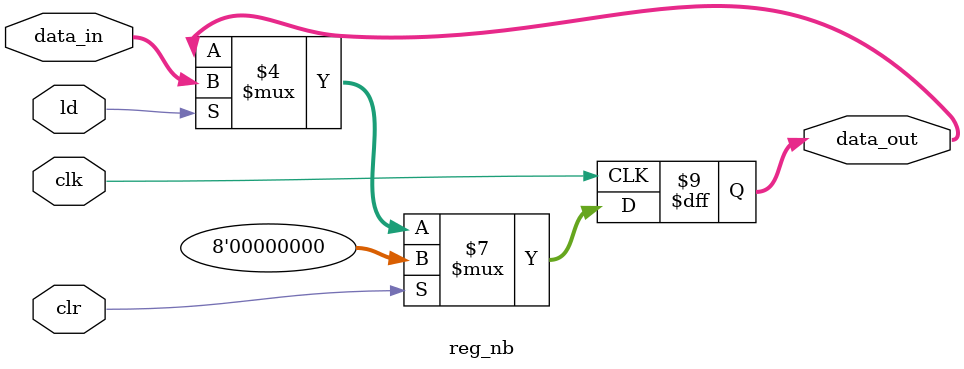
<source format=v>
`timescale 1ns / 1ps
`default_nettype none


module reg_nb #(parameter n=8) (
    input wire [n-1:0] data_in,
    input wire clk, 
	input wire clr, 
	input wire ld, 
    output reg [n-1:0] data_out  ); 

    
    always @(posedge clk)
    begin 
       if (clr == 1)       // asynch clr
          data_out <= 0;
       else if (ld == 1)   // synch load
          data_out <= data_in; 
    end
    
endmodule

`default_nettype wire


</source>
